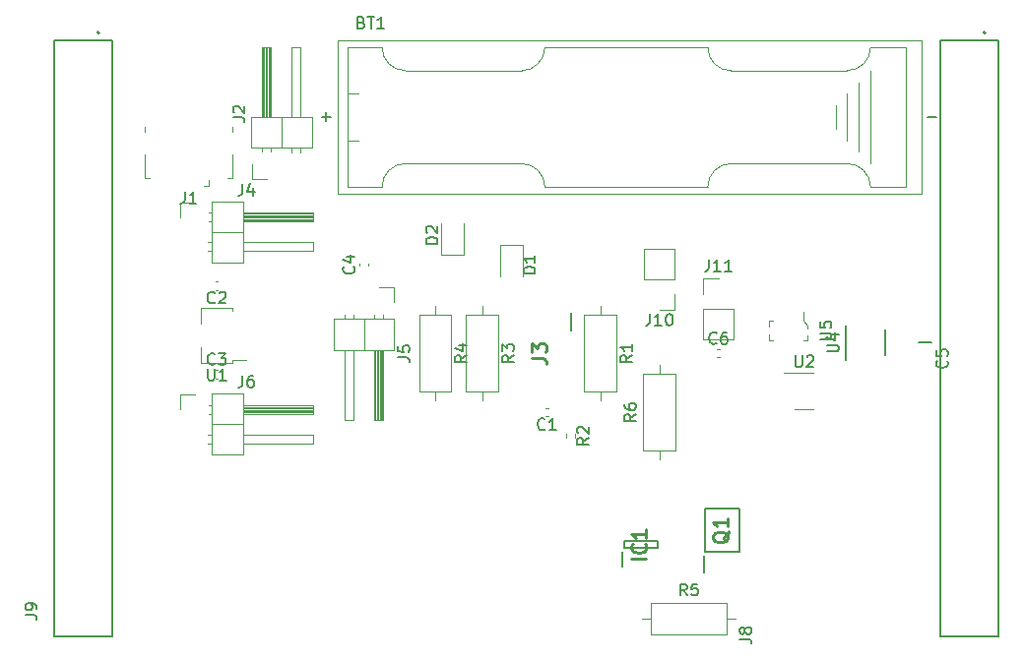
<source format=gbr>
%TF.GenerationSoftware,KiCad,Pcbnew,(7.0.0)*%
%TF.CreationDate,2023-03-20T21:56:37+02:00*%
%TF.ProjectId,overall scematic,6f766572-616c-46c2-9073-63656d617469,rev?*%
%TF.SameCoordinates,Original*%
%TF.FileFunction,Legend,Top*%
%TF.FilePolarity,Positive*%
%FSLAX46Y46*%
G04 Gerber Fmt 4.6, Leading zero omitted, Abs format (unit mm)*
G04 Created by KiCad (PCBNEW (7.0.0)) date 2023-03-20 21:56:37*
%MOMM*%
%LPD*%
G01*
G04 APERTURE LIST*
%ADD10C,0.150000*%
%ADD11C,0.254000*%
%ADD12C,0.120000*%
%ADD13C,0.200000*%
%ADD14C,0.100000*%
G04 APERTURE END LIST*
D10*
%TO.C,J11*%
X123650476Y-50377380D02*
X123650476Y-51091666D01*
X123650476Y-51091666D02*
X123602857Y-51234523D01*
X123602857Y-51234523D02*
X123507619Y-51329761D01*
X123507619Y-51329761D02*
X123364762Y-51377380D01*
X123364762Y-51377380D02*
X123269524Y-51377380D01*
X124650476Y-51377380D02*
X124079048Y-51377380D01*
X124364762Y-51377380D02*
X124364762Y-50377380D01*
X124364762Y-50377380D02*
X124269524Y-50520238D01*
X124269524Y-50520238D02*
X124174286Y-50615476D01*
X124174286Y-50615476D02*
X124079048Y-50663095D01*
X125602857Y-51377380D02*
X125031429Y-51377380D01*
X125317143Y-51377380D02*
X125317143Y-50377380D01*
X125317143Y-50377380D02*
X125221905Y-50520238D01*
X125221905Y-50520238D02*
X125126667Y-50615476D01*
X125126667Y-50615476D02*
X125031429Y-50663095D01*
D11*
%TO.C,Q1*%
X125372526Y-73780952D02*
X125312050Y-73901904D01*
X125312050Y-73901904D02*
X125191097Y-74022857D01*
X125191097Y-74022857D02*
X125009669Y-74204285D01*
X125009669Y-74204285D02*
X124949192Y-74325238D01*
X124949192Y-74325238D02*
X124949192Y-74446190D01*
X125251573Y-74385714D02*
X125191097Y-74506666D01*
X125191097Y-74506666D02*
X125070145Y-74627619D01*
X125070145Y-74627619D02*
X124828240Y-74688095D01*
X124828240Y-74688095D02*
X124404907Y-74688095D01*
X124404907Y-74688095D02*
X124163002Y-74627619D01*
X124163002Y-74627619D02*
X124042050Y-74506666D01*
X124042050Y-74506666D02*
X123981573Y-74385714D01*
X123981573Y-74385714D02*
X123981573Y-74143809D01*
X123981573Y-74143809D02*
X124042050Y-74022857D01*
X124042050Y-74022857D02*
X124163002Y-73901904D01*
X124163002Y-73901904D02*
X124404907Y-73841428D01*
X124404907Y-73841428D02*
X124828240Y-73841428D01*
X124828240Y-73841428D02*
X125070145Y-73901904D01*
X125070145Y-73901904D02*
X125191097Y-74022857D01*
X125191097Y-74022857D02*
X125251573Y-74143809D01*
X125251573Y-74143809D02*
X125251573Y-74385714D01*
X125251573Y-72631904D02*
X125251573Y-73357619D01*
X125251573Y-72994762D02*
X123981573Y-72994762D01*
X123981573Y-72994762D02*
X124163002Y-73115714D01*
X124163002Y-73115714D02*
X124283954Y-73236666D01*
X124283954Y-73236666D02*
X124344430Y-73357619D01*
%TO.C,J3*%
X108416573Y-58843332D02*
X109323716Y-58843332D01*
X109323716Y-58843332D02*
X109505145Y-58903809D01*
X109505145Y-58903809D02*
X109626097Y-59024761D01*
X109626097Y-59024761D02*
X109686573Y-59206190D01*
X109686573Y-59206190D02*
X109686573Y-59327142D01*
X108416573Y-58359523D02*
X108416573Y-57573332D01*
X108416573Y-57573332D02*
X108900383Y-57996666D01*
X108900383Y-57996666D02*
X108900383Y-57815237D01*
X108900383Y-57815237D02*
X108960859Y-57694285D01*
X108960859Y-57694285D02*
X109021335Y-57633809D01*
X109021335Y-57633809D02*
X109142288Y-57573332D01*
X109142288Y-57573332D02*
X109444669Y-57573332D01*
X109444669Y-57573332D02*
X109565621Y-57633809D01*
X109565621Y-57633809D02*
X109626097Y-57694285D01*
X109626097Y-57694285D02*
X109686573Y-57815237D01*
X109686573Y-57815237D02*
X109686573Y-58178094D01*
X109686573Y-58178094D02*
X109626097Y-58299047D01*
X109626097Y-58299047D02*
X109565621Y-58359523D01*
%TO.C,IC1*%
X118256573Y-76149762D02*
X116986573Y-76149762D01*
X118135621Y-74819285D02*
X118196097Y-74879761D01*
X118196097Y-74879761D02*
X118256573Y-75061190D01*
X118256573Y-75061190D02*
X118256573Y-75182142D01*
X118256573Y-75182142D02*
X118196097Y-75363571D01*
X118196097Y-75363571D02*
X118075145Y-75484523D01*
X118075145Y-75484523D02*
X117954192Y-75545000D01*
X117954192Y-75545000D02*
X117712288Y-75605476D01*
X117712288Y-75605476D02*
X117530859Y-75605476D01*
X117530859Y-75605476D02*
X117288954Y-75545000D01*
X117288954Y-75545000D02*
X117168002Y-75484523D01*
X117168002Y-75484523D02*
X117047050Y-75363571D01*
X117047050Y-75363571D02*
X116986573Y-75182142D01*
X116986573Y-75182142D02*
X116986573Y-75061190D01*
X116986573Y-75061190D02*
X117047050Y-74879761D01*
X117047050Y-74879761D02*
X117107526Y-74819285D01*
X118256573Y-73609761D02*
X118256573Y-74335476D01*
X118256573Y-73972619D02*
X116986573Y-73972619D01*
X116986573Y-73972619D02*
X117168002Y-74093571D01*
X117168002Y-74093571D02*
X117288954Y-74214523D01*
X117288954Y-74214523D02*
X117349430Y-74335476D01*
D10*
%TO.C,J4*%
X83536666Y-43827380D02*
X83536666Y-44541666D01*
X83536666Y-44541666D02*
X83489047Y-44684523D01*
X83489047Y-44684523D02*
X83393809Y-44779761D01*
X83393809Y-44779761D02*
X83250952Y-44827380D01*
X83250952Y-44827380D02*
X83155714Y-44827380D01*
X84441428Y-44160714D02*
X84441428Y-44827380D01*
X84203333Y-43779761D02*
X83965238Y-44494047D01*
X83965238Y-44494047D02*
X84584285Y-44494047D01*
%TO.C,BT1*%
X93754285Y-29943571D02*
X93897142Y-29991190D01*
X93897142Y-29991190D02*
X93944761Y-30038809D01*
X93944761Y-30038809D02*
X93992380Y-30134047D01*
X93992380Y-30134047D02*
X93992380Y-30276904D01*
X93992380Y-30276904D02*
X93944761Y-30372142D01*
X93944761Y-30372142D02*
X93897142Y-30419761D01*
X93897142Y-30419761D02*
X93801904Y-30467380D01*
X93801904Y-30467380D02*
X93420952Y-30467380D01*
X93420952Y-30467380D02*
X93420952Y-29467380D01*
X93420952Y-29467380D02*
X93754285Y-29467380D01*
X93754285Y-29467380D02*
X93849523Y-29515000D01*
X93849523Y-29515000D02*
X93897142Y-29562619D01*
X93897142Y-29562619D02*
X93944761Y-29657857D01*
X93944761Y-29657857D02*
X93944761Y-29753095D01*
X93944761Y-29753095D02*
X93897142Y-29848333D01*
X93897142Y-29848333D02*
X93849523Y-29895952D01*
X93849523Y-29895952D02*
X93754285Y-29943571D01*
X93754285Y-29943571D02*
X93420952Y-29943571D01*
X94278095Y-29467380D02*
X94849523Y-29467380D01*
X94563809Y-30467380D02*
X94563809Y-29467380D01*
X95706666Y-30467380D02*
X95135238Y-30467380D01*
X95420952Y-30467380D02*
X95420952Y-29467380D01*
X95420952Y-29467380D02*
X95325714Y-29610238D01*
X95325714Y-29610238D02*
X95230476Y-29705476D01*
X95230476Y-29705476D02*
X95135238Y-29753095D01*
X142419048Y-38086428D02*
X143180953Y-38086428D01*
X90349048Y-38086428D02*
X91110953Y-38086428D01*
X90730000Y-38467380D02*
X90730000Y-37705476D01*
%TO.C,R3*%
X106877380Y-58586666D02*
X106401190Y-58919999D01*
X106877380Y-59158094D02*
X105877380Y-59158094D01*
X105877380Y-59158094D02*
X105877380Y-58777142D01*
X105877380Y-58777142D02*
X105925000Y-58681904D01*
X105925000Y-58681904D02*
X105972619Y-58634285D01*
X105972619Y-58634285D02*
X106067857Y-58586666D01*
X106067857Y-58586666D02*
X106210714Y-58586666D01*
X106210714Y-58586666D02*
X106305952Y-58634285D01*
X106305952Y-58634285D02*
X106353571Y-58681904D01*
X106353571Y-58681904D02*
X106401190Y-58777142D01*
X106401190Y-58777142D02*
X106401190Y-59158094D01*
X105877380Y-58253332D02*
X105877380Y-57634285D01*
X105877380Y-57634285D02*
X106258333Y-57967618D01*
X106258333Y-57967618D02*
X106258333Y-57824761D01*
X106258333Y-57824761D02*
X106305952Y-57729523D01*
X106305952Y-57729523D02*
X106353571Y-57681904D01*
X106353571Y-57681904D02*
X106448809Y-57634285D01*
X106448809Y-57634285D02*
X106686904Y-57634285D01*
X106686904Y-57634285D02*
X106782142Y-57681904D01*
X106782142Y-57681904D02*
X106829761Y-57729523D01*
X106829761Y-57729523D02*
X106877380Y-57824761D01*
X106877380Y-57824761D02*
X106877380Y-58110475D01*
X106877380Y-58110475D02*
X106829761Y-58205713D01*
X106829761Y-58205713D02*
X106782142Y-58253332D01*
%TO.C,J2*%
X82712380Y-38133333D02*
X83426666Y-38133333D01*
X83426666Y-38133333D02*
X83569523Y-38180952D01*
X83569523Y-38180952D02*
X83664761Y-38276190D01*
X83664761Y-38276190D02*
X83712380Y-38419047D01*
X83712380Y-38419047D02*
X83712380Y-38514285D01*
X82807619Y-37704761D02*
X82760000Y-37657142D01*
X82760000Y-37657142D02*
X82712380Y-37561904D01*
X82712380Y-37561904D02*
X82712380Y-37323809D01*
X82712380Y-37323809D02*
X82760000Y-37228571D01*
X82760000Y-37228571D02*
X82807619Y-37180952D01*
X82807619Y-37180952D02*
X82902857Y-37133333D01*
X82902857Y-37133333D02*
X82998095Y-37133333D01*
X82998095Y-37133333D02*
X83140952Y-37180952D01*
X83140952Y-37180952D02*
X83712380Y-37752380D01*
X83712380Y-37752380D02*
X83712380Y-37133333D01*
%TO.C,U2*%
X131080595Y-58617380D02*
X131080595Y-59426904D01*
X131080595Y-59426904D02*
X131128214Y-59522142D01*
X131128214Y-59522142D02*
X131175833Y-59569761D01*
X131175833Y-59569761D02*
X131271071Y-59617380D01*
X131271071Y-59617380D02*
X131461547Y-59617380D01*
X131461547Y-59617380D02*
X131556785Y-59569761D01*
X131556785Y-59569761D02*
X131604404Y-59522142D01*
X131604404Y-59522142D02*
X131652023Y-59426904D01*
X131652023Y-59426904D02*
X131652023Y-58617380D01*
X132080595Y-58712619D02*
X132128214Y-58665000D01*
X132128214Y-58665000D02*
X132223452Y-58617380D01*
X132223452Y-58617380D02*
X132461547Y-58617380D01*
X132461547Y-58617380D02*
X132556785Y-58665000D01*
X132556785Y-58665000D02*
X132604404Y-58712619D01*
X132604404Y-58712619D02*
X132652023Y-58807857D01*
X132652023Y-58807857D02*
X132652023Y-58903095D01*
X132652023Y-58903095D02*
X132604404Y-59045952D01*
X132604404Y-59045952D02*
X132032976Y-59617380D01*
X132032976Y-59617380D02*
X132652023Y-59617380D01*
%TO.C,C2*%
X81153333Y-54037142D02*
X81105714Y-54084761D01*
X81105714Y-54084761D02*
X80962857Y-54132380D01*
X80962857Y-54132380D02*
X80867619Y-54132380D01*
X80867619Y-54132380D02*
X80724762Y-54084761D01*
X80724762Y-54084761D02*
X80629524Y-53989523D01*
X80629524Y-53989523D02*
X80581905Y-53894285D01*
X80581905Y-53894285D02*
X80534286Y-53703809D01*
X80534286Y-53703809D02*
X80534286Y-53560952D01*
X80534286Y-53560952D02*
X80581905Y-53370476D01*
X80581905Y-53370476D02*
X80629524Y-53275238D01*
X80629524Y-53275238D02*
X80724762Y-53180000D01*
X80724762Y-53180000D02*
X80867619Y-53132380D01*
X80867619Y-53132380D02*
X80962857Y-53132380D01*
X80962857Y-53132380D02*
X81105714Y-53180000D01*
X81105714Y-53180000D02*
X81153333Y-53227619D01*
X81534286Y-53227619D02*
X81581905Y-53180000D01*
X81581905Y-53180000D02*
X81677143Y-53132380D01*
X81677143Y-53132380D02*
X81915238Y-53132380D01*
X81915238Y-53132380D02*
X82010476Y-53180000D01*
X82010476Y-53180000D02*
X82058095Y-53227619D01*
X82058095Y-53227619D02*
X82105714Y-53322857D01*
X82105714Y-53322857D02*
X82105714Y-53418095D01*
X82105714Y-53418095D02*
X82058095Y-53560952D01*
X82058095Y-53560952D02*
X81486667Y-54132380D01*
X81486667Y-54132380D02*
X82105714Y-54132380D01*
%TO.C,R6*%
X117377380Y-63666666D02*
X116901190Y-63999999D01*
X117377380Y-64238094D02*
X116377380Y-64238094D01*
X116377380Y-64238094D02*
X116377380Y-63857142D01*
X116377380Y-63857142D02*
X116425000Y-63761904D01*
X116425000Y-63761904D02*
X116472619Y-63714285D01*
X116472619Y-63714285D02*
X116567857Y-63666666D01*
X116567857Y-63666666D02*
X116710714Y-63666666D01*
X116710714Y-63666666D02*
X116805952Y-63714285D01*
X116805952Y-63714285D02*
X116853571Y-63761904D01*
X116853571Y-63761904D02*
X116901190Y-63857142D01*
X116901190Y-63857142D02*
X116901190Y-64238094D01*
X116377380Y-62809523D02*
X116377380Y-62999999D01*
X116377380Y-62999999D02*
X116425000Y-63095237D01*
X116425000Y-63095237D02*
X116472619Y-63142856D01*
X116472619Y-63142856D02*
X116615476Y-63238094D01*
X116615476Y-63238094D02*
X116805952Y-63285713D01*
X116805952Y-63285713D02*
X117186904Y-63285713D01*
X117186904Y-63285713D02*
X117282142Y-63238094D01*
X117282142Y-63238094D02*
X117329761Y-63190475D01*
X117329761Y-63190475D02*
X117377380Y-63095237D01*
X117377380Y-63095237D02*
X117377380Y-62904761D01*
X117377380Y-62904761D02*
X117329761Y-62809523D01*
X117329761Y-62809523D02*
X117282142Y-62761904D01*
X117282142Y-62761904D02*
X117186904Y-62714285D01*
X117186904Y-62714285D02*
X116948809Y-62714285D01*
X116948809Y-62714285D02*
X116853571Y-62761904D01*
X116853571Y-62761904D02*
X116805952Y-62809523D01*
X116805952Y-62809523D02*
X116758333Y-62904761D01*
X116758333Y-62904761D02*
X116758333Y-63095237D01*
X116758333Y-63095237D02*
X116805952Y-63190475D01*
X116805952Y-63190475D02*
X116853571Y-63238094D01*
X116853571Y-63238094D02*
X116948809Y-63285713D01*
%TO.C,U1*%
X80558095Y-59757380D02*
X80558095Y-60566904D01*
X80558095Y-60566904D02*
X80605714Y-60662142D01*
X80605714Y-60662142D02*
X80653333Y-60709761D01*
X80653333Y-60709761D02*
X80748571Y-60757380D01*
X80748571Y-60757380D02*
X80939047Y-60757380D01*
X80939047Y-60757380D02*
X81034285Y-60709761D01*
X81034285Y-60709761D02*
X81081904Y-60662142D01*
X81081904Y-60662142D02*
X81129523Y-60566904D01*
X81129523Y-60566904D02*
X81129523Y-59757380D01*
X82129523Y-60757380D02*
X81558095Y-60757380D01*
X81843809Y-60757380D02*
X81843809Y-59757380D01*
X81843809Y-59757380D02*
X81748571Y-59900238D01*
X81748571Y-59900238D02*
X81653333Y-59995476D01*
X81653333Y-59995476D02*
X81558095Y-60043095D01*
%TO.C,J5*%
X96892380Y-58763333D02*
X97606666Y-58763333D01*
X97606666Y-58763333D02*
X97749523Y-58810952D01*
X97749523Y-58810952D02*
X97844761Y-58906190D01*
X97844761Y-58906190D02*
X97892380Y-59049047D01*
X97892380Y-59049047D02*
X97892380Y-59144285D01*
X96892380Y-57810952D02*
X96892380Y-58287142D01*
X96892380Y-58287142D02*
X97368571Y-58334761D01*
X97368571Y-58334761D02*
X97320952Y-58287142D01*
X97320952Y-58287142D02*
X97273333Y-58191904D01*
X97273333Y-58191904D02*
X97273333Y-57953809D01*
X97273333Y-57953809D02*
X97320952Y-57858571D01*
X97320952Y-57858571D02*
X97368571Y-57810952D01*
X97368571Y-57810952D02*
X97463809Y-57763333D01*
X97463809Y-57763333D02*
X97701904Y-57763333D01*
X97701904Y-57763333D02*
X97797142Y-57810952D01*
X97797142Y-57810952D02*
X97844761Y-57858571D01*
X97844761Y-57858571D02*
X97892380Y-57953809D01*
X97892380Y-57953809D02*
X97892380Y-58191904D01*
X97892380Y-58191904D02*
X97844761Y-58287142D01*
X97844761Y-58287142D02*
X97797142Y-58334761D01*
%TO.C,R1*%
X117037380Y-58586666D02*
X116561190Y-58919999D01*
X117037380Y-59158094D02*
X116037380Y-59158094D01*
X116037380Y-59158094D02*
X116037380Y-58777142D01*
X116037380Y-58777142D02*
X116085000Y-58681904D01*
X116085000Y-58681904D02*
X116132619Y-58634285D01*
X116132619Y-58634285D02*
X116227857Y-58586666D01*
X116227857Y-58586666D02*
X116370714Y-58586666D01*
X116370714Y-58586666D02*
X116465952Y-58634285D01*
X116465952Y-58634285D02*
X116513571Y-58681904D01*
X116513571Y-58681904D02*
X116561190Y-58777142D01*
X116561190Y-58777142D02*
X116561190Y-59158094D01*
X117037380Y-57634285D02*
X117037380Y-58205713D01*
X117037380Y-57919999D02*
X116037380Y-57919999D01*
X116037380Y-57919999D02*
X116180238Y-58015237D01*
X116180238Y-58015237D02*
X116275476Y-58110475D01*
X116275476Y-58110475D02*
X116323095Y-58205713D01*
%TO.C,R5*%
X121753333Y-79277380D02*
X121420000Y-78801190D01*
X121181905Y-79277380D02*
X121181905Y-78277380D01*
X121181905Y-78277380D02*
X121562857Y-78277380D01*
X121562857Y-78277380D02*
X121658095Y-78325000D01*
X121658095Y-78325000D02*
X121705714Y-78372619D01*
X121705714Y-78372619D02*
X121753333Y-78467857D01*
X121753333Y-78467857D02*
X121753333Y-78610714D01*
X121753333Y-78610714D02*
X121705714Y-78705952D01*
X121705714Y-78705952D02*
X121658095Y-78753571D01*
X121658095Y-78753571D02*
X121562857Y-78801190D01*
X121562857Y-78801190D02*
X121181905Y-78801190D01*
X122658095Y-78277380D02*
X122181905Y-78277380D01*
X122181905Y-78277380D02*
X122134286Y-78753571D01*
X122134286Y-78753571D02*
X122181905Y-78705952D01*
X122181905Y-78705952D02*
X122277143Y-78658333D01*
X122277143Y-78658333D02*
X122515238Y-78658333D01*
X122515238Y-78658333D02*
X122610476Y-78705952D01*
X122610476Y-78705952D02*
X122658095Y-78753571D01*
X122658095Y-78753571D02*
X122705714Y-78848809D01*
X122705714Y-78848809D02*
X122705714Y-79086904D01*
X122705714Y-79086904D02*
X122658095Y-79182142D01*
X122658095Y-79182142D02*
X122610476Y-79229761D01*
X122610476Y-79229761D02*
X122515238Y-79277380D01*
X122515238Y-79277380D02*
X122277143Y-79277380D01*
X122277143Y-79277380D02*
X122181905Y-79229761D01*
X122181905Y-79229761D02*
X122134286Y-79182142D01*
%TO.C,J10*%
X118570476Y-55037380D02*
X118570476Y-55751666D01*
X118570476Y-55751666D02*
X118522857Y-55894523D01*
X118522857Y-55894523D02*
X118427619Y-55989761D01*
X118427619Y-55989761D02*
X118284762Y-56037380D01*
X118284762Y-56037380D02*
X118189524Y-56037380D01*
X119570476Y-56037380D02*
X118999048Y-56037380D01*
X119284762Y-56037380D02*
X119284762Y-55037380D01*
X119284762Y-55037380D02*
X119189524Y-55180238D01*
X119189524Y-55180238D02*
X119094286Y-55275476D01*
X119094286Y-55275476D02*
X118999048Y-55323095D01*
X120189524Y-55037380D02*
X120284762Y-55037380D01*
X120284762Y-55037380D02*
X120380000Y-55085000D01*
X120380000Y-55085000D02*
X120427619Y-55132619D01*
X120427619Y-55132619D02*
X120475238Y-55227857D01*
X120475238Y-55227857D02*
X120522857Y-55418333D01*
X120522857Y-55418333D02*
X120522857Y-55656428D01*
X120522857Y-55656428D02*
X120475238Y-55846904D01*
X120475238Y-55846904D02*
X120427619Y-55942142D01*
X120427619Y-55942142D02*
X120380000Y-55989761D01*
X120380000Y-55989761D02*
X120284762Y-56037380D01*
X120284762Y-56037380D02*
X120189524Y-56037380D01*
X120189524Y-56037380D02*
X120094286Y-55989761D01*
X120094286Y-55989761D02*
X120046667Y-55942142D01*
X120046667Y-55942142D02*
X119999048Y-55846904D01*
X119999048Y-55846904D02*
X119951429Y-55656428D01*
X119951429Y-55656428D02*
X119951429Y-55418333D01*
X119951429Y-55418333D02*
X119999048Y-55227857D01*
X119999048Y-55227857D02*
X120046667Y-55132619D01*
X120046667Y-55132619D02*
X120094286Y-55085000D01*
X120094286Y-55085000D02*
X120189524Y-55037380D01*
%TO.C,C4*%
X93092142Y-50966666D02*
X93139761Y-51014285D01*
X93139761Y-51014285D02*
X93187380Y-51157142D01*
X93187380Y-51157142D02*
X93187380Y-51252380D01*
X93187380Y-51252380D02*
X93139761Y-51395237D01*
X93139761Y-51395237D02*
X93044523Y-51490475D01*
X93044523Y-51490475D02*
X92949285Y-51538094D01*
X92949285Y-51538094D02*
X92758809Y-51585713D01*
X92758809Y-51585713D02*
X92615952Y-51585713D01*
X92615952Y-51585713D02*
X92425476Y-51538094D01*
X92425476Y-51538094D02*
X92330238Y-51490475D01*
X92330238Y-51490475D02*
X92235000Y-51395237D01*
X92235000Y-51395237D02*
X92187380Y-51252380D01*
X92187380Y-51252380D02*
X92187380Y-51157142D01*
X92187380Y-51157142D02*
X92235000Y-51014285D01*
X92235000Y-51014285D02*
X92282619Y-50966666D01*
X92520714Y-50109523D02*
X93187380Y-50109523D01*
X92139761Y-50347618D02*
X92854047Y-50585713D01*
X92854047Y-50585713D02*
X92854047Y-49966666D01*
%TO.C,J1*%
X78576666Y-44517380D02*
X78576666Y-45231666D01*
X78576666Y-45231666D02*
X78529047Y-45374523D01*
X78529047Y-45374523D02*
X78433809Y-45469761D01*
X78433809Y-45469761D02*
X78290952Y-45517380D01*
X78290952Y-45517380D02*
X78195714Y-45517380D01*
X79576666Y-45517380D02*
X79005238Y-45517380D01*
X79290952Y-45517380D02*
X79290952Y-44517380D01*
X79290952Y-44517380D02*
X79195714Y-44660238D01*
X79195714Y-44660238D02*
X79100476Y-44755476D01*
X79100476Y-44755476D02*
X79005238Y-44803095D01*
%TO.C,U4*%
X133807380Y-58281904D02*
X134616904Y-58281904D01*
X134616904Y-58281904D02*
X134712142Y-58234285D01*
X134712142Y-58234285D02*
X134759761Y-58186666D01*
X134759761Y-58186666D02*
X134807380Y-58091428D01*
X134807380Y-58091428D02*
X134807380Y-57900952D01*
X134807380Y-57900952D02*
X134759761Y-57805714D01*
X134759761Y-57805714D02*
X134712142Y-57758095D01*
X134712142Y-57758095D02*
X134616904Y-57710476D01*
X134616904Y-57710476D02*
X133807380Y-57710476D01*
X134140714Y-56805714D02*
X134807380Y-56805714D01*
X133759761Y-57043809D02*
X134474047Y-57281904D01*
X134474047Y-57281904D02*
X134474047Y-56662857D01*
%TO.C,R2*%
X113297380Y-65696666D02*
X112821190Y-66029999D01*
X113297380Y-66268094D02*
X112297380Y-66268094D01*
X112297380Y-66268094D02*
X112297380Y-65887142D01*
X112297380Y-65887142D02*
X112345000Y-65791904D01*
X112345000Y-65791904D02*
X112392619Y-65744285D01*
X112392619Y-65744285D02*
X112487857Y-65696666D01*
X112487857Y-65696666D02*
X112630714Y-65696666D01*
X112630714Y-65696666D02*
X112725952Y-65744285D01*
X112725952Y-65744285D02*
X112773571Y-65791904D01*
X112773571Y-65791904D02*
X112821190Y-65887142D01*
X112821190Y-65887142D02*
X112821190Y-66268094D01*
X112392619Y-65315713D02*
X112345000Y-65268094D01*
X112345000Y-65268094D02*
X112297380Y-65172856D01*
X112297380Y-65172856D02*
X112297380Y-64934761D01*
X112297380Y-64934761D02*
X112345000Y-64839523D01*
X112345000Y-64839523D02*
X112392619Y-64791904D01*
X112392619Y-64791904D02*
X112487857Y-64744285D01*
X112487857Y-64744285D02*
X112583095Y-64744285D01*
X112583095Y-64744285D02*
X112725952Y-64791904D01*
X112725952Y-64791904D02*
X113297380Y-65363332D01*
X113297380Y-65363332D02*
X113297380Y-64744285D01*
%TO.C,C3*%
X81153333Y-59337142D02*
X81105714Y-59384761D01*
X81105714Y-59384761D02*
X80962857Y-59432380D01*
X80962857Y-59432380D02*
X80867619Y-59432380D01*
X80867619Y-59432380D02*
X80724762Y-59384761D01*
X80724762Y-59384761D02*
X80629524Y-59289523D01*
X80629524Y-59289523D02*
X80581905Y-59194285D01*
X80581905Y-59194285D02*
X80534286Y-59003809D01*
X80534286Y-59003809D02*
X80534286Y-58860952D01*
X80534286Y-58860952D02*
X80581905Y-58670476D01*
X80581905Y-58670476D02*
X80629524Y-58575238D01*
X80629524Y-58575238D02*
X80724762Y-58480000D01*
X80724762Y-58480000D02*
X80867619Y-58432380D01*
X80867619Y-58432380D02*
X80962857Y-58432380D01*
X80962857Y-58432380D02*
X81105714Y-58480000D01*
X81105714Y-58480000D02*
X81153333Y-58527619D01*
X81486667Y-58432380D02*
X82105714Y-58432380D01*
X82105714Y-58432380D02*
X81772381Y-58813333D01*
X81772381Y-58813333D02*
X81915238Y-58813333D01*
X81915238Y-58813333D02*
X82010476Y-58860952D01*
X82010476Y-58860952D02*
X82058095Y-58908571D01*
X82058095Y-58908571D02*
X82105714Y-59003809D01*
X82105714Y-59003809D02*
X82105714Y-59241904D01*
X82105714Y-59241904D02*
X82058095Y-59337142D01*
X82058095Y-59337142D02*
X82010476Y-59384761D01*
X82010476Y-59384761D02*
X81915238Y-59432380D01*
X81915238Y-59432380D02*
X81629524Y-59432380D01*
X81629524Y-59432380D02*
X81534286Y-59384761D01*
X81534286Y-59384761D02*
X81486667Y-59337142D01*
%TO.C,D1*%
X108697380Y-51538094D02*
X107697380Y-51538094D01*
X107697380Y-51538094D02*
X107697380Y-51299999D01*
X107697380Y-51299999D02*
X107745000Y-51157142D01*
X107745000Y-51157142D02*
X107840238Y-51061904D01*
X107840238Y-51061904D02*
X107935476Y-51014285D01*
X107935476Y-51014285D02*
X108125952Y-50966666D01*
X108125952Y-50966666D02*
X108268809Y-50966666D01*
X108268809Y-50966666D02*
X108459285Y-51014285D01*
X108459285Y-51014285D02*
X108554523Y-51061904D01*
X108554523Y-51061904D02*
X108649761Y-51157142D01*
X108649761Y-51157142D02*
X108697380Y-51299999D01*
X108697380Y-51299999D02*
X108697380Y-51538094D01*
X108697380Y-50014285D02*
X108697380Y-50585713D01*
X108697380Y-50299999D02*
X107697380Y-50299999D01*
X107697380Y-50299999D02*
X107840238Y-50395237D01*
X107840238Y-50395237D02*
X107935476Y-50490475D01*
X107935476Y-50490475D02*
X107983095Y-50585713D01*
%TO.C,U5*%
X133182380Y-57256904D02*
X133991904Y-57256904D01*
X133991904Y-57256904D02*
X134087142Y-57209285D01*
X134087142Y-57209285D02*
X134134761Y-57161666D01*
X134134761Y-57161666D02*
X134182380Y-57066428D01*
X134182380Y-57066428D02*
X134182380Y-56875952D01*
X134182380Y-56875952D02*
X134134761Y-56780714D01*
X134134761Y-56780714D02*
X134087142Y-56733095D01*
X134087142Y-56733095D02*
X133991904Y-56685476D01*
X133991904Y-56685476D02*
X133182380Y-56685476D01*
X133182380Y-55733095D02*
X133182380Y-56209285D01*
X133182380Y-56209285D02*
X133658571Y-56256904D01*
X133658571Y-56256904D02*
X133610952Y-56209285D01*
X133610952Y-56209285D02*
X133563333Y-56114047D01*
X133563333Y-56114047D02*
X133563333Y-55875952D01*
X133563333Y-55875952D02*
X133610952Y-55780714D01*
X133610952Y-55780714D02*
X133658571Y-55733095D01*
X133658571Y-55733095D02*
X133753809Y-55685476D01*
X133753809Y-55685476D02*
X133991904Y-55685476D01*
X133991904Y-55685476D02*
X134087142Y-55733095D01*
X134087142Y-55733095D02*
X134134761Y-55780714D01*
X134134761Y-55780714D02*
X134182380Y-55875952D01*
X134182380Y-55875952D02*
X134182380Y-56114047D01*
X134182380Y-56114047D02*
X134134761Y-56209285D01*
X134134761Y-56209285D02*
X134087142Y-56256904D01*
%TO.C,R4*%
X102827380Y-58586666D02*
X102351190Y-58919999D01*
X102827380Y-59158094D02*
X101827380Y-59158094D01*
X101827380Y-59158094D02*
X101827380Y-58777142D01*
X101827380Y-58777142D02*
X101875000Y-58681904D01*
X101875000Y-58681904D02*
X101922619Y-58634285D01*
X101922619Y-58634285D02*
X102017857Y-58586666D01*
X102017857Y-58586666D02*
X102160714Y-58586666D01*
X102160714Y-58586666D02*
X102255952Y-58634285D01*
X102255952Y-58634285D02*
X102303571Y-58681904D01*
X102303571Y-58681904D02*
X102351190Y-58777142D01*
X102351190Y-58777142D02*
X102351190Y-59158094D01*
X102160714Y-57729523D02*
X102827380Y-57729523D01*
X101779761Y-57967618D02*
X102494047Y-58205713D01*
X102494047Y-58205713D02*
X102494047Y-57586666D01*
%TO.C,D2*%
X100317380Y-48998094D02*
X99317380Y-48998094D01*
X99317380Y-48998094D02*
X99317380Y-48759999D01*
X99317380Y-48759999D02*
X99365000Y-48617142D01*
X99365000Y-48617142D02*
X99460238Y-48521904D01*
X99460238Y-48521904D02*
X99555476Y-48474285D01*
X99555476Y-48474285D02*
X99745952Y-48426666D01*
X99745952Y-48426666D02*
X99888809Y-48426666D01*
X99888809Y-48426666D02*
X100079285Y-48474285D01*
X100079285Y-48474285D02*
X100174523Y-48521904D01*
X100174523Y-48521904D02*
X100269761Y-48617142D01*
X100269761Y-48617142D02*
X100317380Y-48759999D01*
X100317380Y-48759999D02*
X100317380Y-48998094D01*
X99412619Y-48045713D02*
X99365000Y-47998094D01*
X99365000Y-47998094D02*
X99317380Y-47902856D01*
X99317380Y-47902856D02*
X99317380Y-47664761D01*
X99317380Y-47664761D02*
X99365000Y-47569523D01*
X99365000Y-47569523D02*
X99412619Y-47521904D01*
X99412619Y-47521904D02*
X99507857Y-47474285D01*
X99507857Y-47474285D02*
X99603095Y-47474285D01*
X99603095Y-47474285D02*
X99745952Y-47521904D01*
X99745952Y-47521904D02*
X100317380Y-48093332D01*
X100317380Y-48093332D02*
X100317380Y-47474285D01*
%TO.C,C1*%
X109533333Y-64932142D02*
X109485714Y-64979761D01*
X109485714Y-64979761D02*
X109342857Y-65027380D01*
X109342857Y-65027380D02*
X109247619Y-65027380D01*
X109247619Y-65027380D02*
X109104762Y-64979761D01*
X109104762Y-64979761D02*
X109009524Y-64884523D01*
X109009524Y-64884523D02*
X108961905Y-64789285D01*
X108961905Y-64789285D02*
X108914286Y-64598809D01*
X108914286Y-64598809D02*
X108914286Y-64455952D01*
X108914286Y-64455952D02*
X108961905Y-64265476D01*
X108961905Y-64265476D02*
X109009524Y-64170238D01*
X109009524Y-64170238D02*
X109104762Y-64075000D01*
X109104762Y-64075000D02*
X109247619Y-64027380D01*
X109247619Y-64027380D02*
X109342857Y-64027380D01*
X109342857Y-64027380D02*
X109485714Y-64075000D01*
X109485714Y-64075000D02*
X109533333Y-64122619D01*
X110485714Y-65027380D02*
X109914286Y-65027380D01*
X110200000Y-65027380D02*
X110200000Y-64027380D01*
X110200000Y-64027380D02*
X110104762Y-64170238D01*
X110104762Y-64170238D02*
X110009524Y-64265476D01*
X110009524Y-64265476D02*
X109914286Y-64313095D01*
%TO.C,C5*%
X144097142Y-59061666D02*
X144144761Y-59109285D01*
X144144761Y-59109285D02*
X144192380Y-59252142D01*
X144192380Y-59252142D02*
X144192380Y-59347380D01*
X144192380Y-59347380D02*
X144144761Y-59490237D01*
X144144761Y-59490237D02*
X144049523Y-59585475D01*
X144049523Y-59585475D02*
X143954285Y-59633094D01*
X143954285Y-59633094D02*
X143763809Y-59680713D01*
X143763809Y-59680713D02*
X143620952Y-59680713D01*
X143620952Y-59680713D02*
X143430476Y-59633094D01*
X143430476Y-59633094D02*
X143335238Y-59585475D01*
X143335238Y-59585475D02*
X143240000Y-59490237D01*
X143240000Y-59490237D02*
X143192380Y-59347380D01*
X143192380Y-59347380D02*
X143192380Y-59252142D01*
X143192380Y-59252142D02*
X143240000Y-59109285D01*
X143240000Y-59109285D02*
X143287619Y-59061666D01*
X143192380Y-58156904D02*
X143192380Y-58633094D01*
X143192380Y-58633094D02*
X143668571Y-58680713D01*
X143668571Y-58680713D02*
X143620952Y-58633094D01*
X143620952Y-58633094D02*
X143573333Y-58537856D01*
X143573333Y-58537856D02*
X143573333Y-58299761D01*
X143573333Y-58299761D02*
X143620952Y-58204523D01*
X143620952Y-58204523D02*
X143668571Y-58156904D01*
X143668571Y-58156904D02*
X143763809Y-58109285D01*
X143763809Y-58109285D02*
X144001904Y-58109285D01*
X144001904Y-58109285D02*
X144097142Y-58156904D01*
X144097142Y-58156904D02*
X144144761Y-58204523D01*
X144144761Y-58204523D02*
X144192380Y-58299761D01*
X144192380Y-58299761D02*
X144192380Y-58537856D01*
X144192380Y-58537856D02*
X144144761Y-58633094D01*
X144144761Y-58633094D02*
X144097142Y-58680713D01*
%TO.C,J8*%
X126297380Y-83023333D02*
X127011666Y-83023333D01*
X127011666Y-83023333D02*
X127154523Y-83070952D01*
X127154523Y-83070952D02*
X127249761Y-83166190D01*
X127249761Y-83166190D02*
X127297380Y-83309047D01*
X127297380Y-83309047D02*
X127297380Y-83404285D01*
X126725952Y-82404285D02*
X126678333Y-82499523D01*
X126678333Y-82499523D02*
X126630714Y-82547142D01*
X126630714Y-82547142D02*
X126535476Y-82594761D01*
X126535476Y-82594761D02*
X126487857Y-82594761D01*
X126487857Y-82594761D02*
X126392619Y-82547142D01*
X126392619Y-82547142D02*
X126345000Y-82499523D01*
X126345000Y-82499523D02*
X126297380Y-82404285D01*
X126297380Y-82404285D02*
X126297380Y-82213809D01*
X126297380Y-82213809D02*
X126345000Y-82118571D01*
X126345000Y-82118571D02*
X126392619Y-82070952D01*
X126392619Y-82070952D02*
X126487857Y-82023333D01*
X126487857Y-82023333D02*
X126535476Y-82023333D01*
X126535476Y-82023333D02*
X126630714Y-82070952D01*
X126630714Y-82070952D02*
X126678333Y-82118571D01*
X126678333Y-82118571D02*
X126725952Y-82213809D01*
X126725952Y-82213809D02*
X126725952Y-82404285D01*
X126725952Y-82404285D02*
X126773571Y-82499523D01*
X126773571Y-82499523D02*
X126821190Y-82547142D01*
X126821190Y-82547142D02*
X126916428Y-82594761D01*
X126916428Y-82594761D02*
X127106904Y-82594761D01*
X127106904Y-82594761D02*
X127202142Y-82547142D01*
X127202142Y-82547142D02*
X127249761Y-82499523D01*
X127249761Y-82499523D02*
X127297380Y-82404285D01*
X127297380Y-82404285D02*
X127297380Y-82213809D01*
X127297380Y-82213809D02*
X127249761Y-82118571D01*
X127249761Y-82118571D02*
X127202142Y-82070952D01*
X127202142Y-82070952D02*
X127106904Y-82023333D01*
X127106904Y-82023333D02*
X126916428Y-82023333D01*
X126916428Y-82023333D02*
X126821190Y-82070952D01*
X126821190Y-82070952D02*
X126773571Y-82118571D01*
X126773571Y-82118571D02*
X126725952Y-82213809D01*
%TO.C,J9*%
X64857380Y-80963333D02*
X65571666Y-80963333D01*
X65571666Y-80963333D02*
X65714523Y-81010952D01*
X65714523Y-81010952D02*
X65809761Y-81106190D01*
X65809761Y-81106190D02*
X65857380Y-81249047D01*
X65857380Y-81249047D02*
X65857380Y-81344285D01*
X65857380Y-80439523D02*
X65857380Y-80249047D01*
X65857380Y-80249047D02*
X65809761Y-80153809D01*
X65809761Y-80153809D02*
X65762142Y-80106190D01*
X65762142Y-80106190D02*
X65619285Y-80010952D01*
X65619285Y-80010952D02*
X65428809Y-79963333D01*
X65428809Y-79963333D02*
X65047857Y-79963333D01*
X65047857Y-79963333D02*
X64952619Y-80010952D01*
X64952619Y-80010952D02*
X64905000Y-80058571D01*
X64905000Y-80058571D02*
X64857380Y-80153809D01*
X64857380Y-80153809D02*
X64857380Y-80344285D01*
X64857380Y-80344285D02*
X64905000Y-80439523D01*
X64905000Y-80439523D02*
X64952619Y-80487142D01*
X64952619Y-80487142D02*
X65047857Y-80534761D01*
X65047857Y-80534761D02*
X65285952Y-80534761D01*
X65285952Y-80534761D02*
X65381190Y-80487142D01*
X65381190Y-80487142D02*
X65428809Y-80439523D01*
X65428809Y-80439523D02*
X65476428Y-80344285D01*
X65476428Y-80344285D02*
X65476428Y-80153809D01*
X65476428Y-80153809D02*
X65428809Y-80058571D01*
X65428809Y-80058571D02*
X65381190Y-80010952D01*
X65381190Y-80010952D02*
X65285952Y-79963333D01*
%TO.C,C6*%
X124293333Y-57532142D02*
X124245714Y-57579761D01*
X124245714Y-57579761D02*
X124102857Y-57627380D01*
X124102857Y-57627380D02*
X124007619Y-57627380D01*
X124007619Y-57627380D02*
X123864762Y-57579761D01*
X123864762Y-57579761D02*
X123769524Y-57484523D01*
X123769524Y-57484523D02*
X123721905Y-57389285D01*
X123721905Y-57389285D02*
X123674286Y-57198809D01*
X123674286Y-57198809D02*
X123674286Y-57055952D01*
X123674286Y-57055952D02*
X123721905Y-56865476D01*
X123721905Y-56865476D02*
X123769524Y-56770238D01*
X123769524Y-56770238D02*
X123864762Y-56675000D01*
X123864762Y-56675000D02*
X124007619Y-56627380D01*
X124007619Y-56627380D02*
X124102857Y-56627380D01*
X124102857Y-56627380D02*
X124245714Y-56675000D01*
X124245714Y-56675000D02*
X124293333Y-56722619D01*
X125150476Y-56627380D02*
X124960000Y-56627380D01*
X124960000Y-56627380D02*
X124864762Y-56675000D01*
X124864762Y-56675000D02*
X124817143Y-56722619D01*
X124817143Y-56722619D02*
X124721905Y-56865476D01*
X124721905Y-56865476D02*
X124674286Y-57055952D01*
X124674286Y-57055952D02*
X124674286Y-57436904D01*
X124674286Y-57436904D02*
X124721905Y-57532142D01*
X124721905Y-57532142D02*
X124769524Y-57579761D01*
X124769524Y-57579761D02*
X124864762Y-57627380D01*
X124864762Y-57627380D02*
X125055238Y-57627380D01*
X125055238Y-57627380D02*
X125150476Y-57579761D01*
X125150476Y-57579761D02*
X125198095Y-57532142D01*
X125198095Y-57532142D02*
X125245714Y-57436904D01*
X125245714Y-57436904D02*
X125245714Y-57198809D01*
X125245714Y-57198809D02*
X125198095Y-57103571D01*
X125198095Y-57103571D02*
X125150476Y-57055952D01*
X125150476Y-57055952D02*
X125055238Y-57008333D01*
X125055238Y-57008333D02*
X124864762Y-57008333D01*
X124864762Y-57008333D02*
X124769524Y-57055952D01*
X124769524Y-57055952D02*
X124721905Y-57103571D01*
X124721905Y-57103571D02*
X124674286Y-57198809D01*
%TO.C,J6*%
X83536666Y-60342380D02*
X83536666Y-61056666D01*
X83536666Y-61056666D02*
X83489047Y-61199523D01*
X83489047Y-61199523D02*
X83393809Y-61294761D01*
X83393809Y-61294761D02*
X83250952Y-61342380D01*
X83250952Y-61342380D02*
X83155714Y-61342380D01*
X84441428Y-60342380D02*
X84250952Y-60342380D01*
X84250952Y-60342380D02*
X84155714Y-60390000D01*
X84155714Y-60390000D02*
X84108095Y-60437619D01*
X84108095Y-60437619D02*
X84012857Y-60580476D01*
X84012857Y-60580476D02*
X83965238Y-60770952D01*
X83965238Y-60770952D02*
X83965238Y-61151904D01*
X83965238Y-61151904D02*
X84012857Y-61247142D01*
X84012857Y-61247142D02*
X84060476Y-61294761D01*
X84060476Y-61294761D02*
X84155714Y-61342380D01*
X84155714Y-61342380D02*
X84346190Y-61342380D01*
X84346190Y-61342380D02*
X84441428Y-61294761D01*
X84441428Y-61294761D02*
X84489047Y-61247142D01*
X84489047Y-61247142D02*
X84536666Y-61151904D01*
X84536666Y-61151904D02*
X84536666Y-60913809D01*
X84536666Y-60913809D02*
X84489047Y-60818571D01*
X84489047Y-60818571D02*
X84441428Y-60770952D01*
X84441428Y-60770952D02*
X84346190Y-60723333D01*
X84346190Y-60723333D02*
X84155714Y-60723333D01*
X84155714Y-60723333D02*
X84060476Y-60770952D01*
X84060476Y-60770952D02*
X84012857Y-60818571D01*
X84012857Y-60818571D02*
X83965238Y-60913809D01*
D12*
%TO.C,J11*%
X123130000Y-53340000D02*
X123130000Y-52010000D01*
X123130000Y-57210000D02*
X125790000Y-57210000D01*
X123130000Y-54610000D02*
X123130000Y-57210000D01*
X123130000Y-54610000D02*
X125790000Y-54610000D01*
X123130000Y-52010000D02*
X124460000Y-52010000D01*
X125790000Y-54610000D02*
X125790000Y-57210000D01*
D13*
%TO.C,Q1*%
X123320000Y-75510000D02*
X123320000Y-71810000D01*
X123320000Y-71810000D02*
X126250000Y-71810000D01*
X126250000Y-71810000D02*
X126250000Y-75510000D01*
X126250000Y-75510000D02*
X123320000Y-75510000D01*
X123235000Y-77335000D02*
X123235000Y-75860000D01*
%TO.C,J3*%
X111825000Y-54945000D02*
X111825000Y-56470000D01*
%TO.C,IC1*%
X116365000Y-75210000D02*
X116365000Y-74610000D01*
X116365000Y-74610000D02*
X119215000Y-74610000D01*
X119215000Y-74610000D02*
X119215000Y-75210000D01*
X119215000Y-75210000D02*
X116365000Y-75210000D01*
X116165000Y-76760000D02*
X116165000Y-75560000D01*
D12*
%TO.C,J4*%
X78215000Y-45460000D02*
X79485000Y-45460000D01*
X78215000Y-46730000D02*
X78215000Y-45460000D01*
X80527929Y-48890000D02*
X80925000Y-48890000D01*
X80527929Y-49650000D02*
X80925000Y-49650000D01*
X80595000Y-46350000D02*
X80925000Y-46350000D01*
X80595000Y-47110000D02*
X80925000Y-47110000D01*
X80925000Y-45400000D02*
X80925000Y-50600000D01*
X80925000Y-48000000D02*
X83585000Y-48000000D01*
X80925000Y-50600000D02*
X83585000Y-50600000D01*
X83585000Y-45400000D02*
X80925000Y-45400000D01*
X83585000Y-46350000D02*
X89585000Y-46350000D01*
X83585000Y-46410000D02*
X89585000Y-46410000D01*
X83585000Y-46530000D02*
X89585000Y-46530000D01*
X83585000Y-46650000D02*
X89585000Y-46650000D01*
X83585000Y-46770000D02*
X89585000Y-46770000D01*
X83585000Y-46890000D02*
X89585000Y-46890000D01*
X83585000Y-47010000D02*
X89585000Y-47010000D01*
X83585000Y-48890000D02*
X89585000Y-48890000D01*
X83585000Y-50600000D02*
X83585000Y-45400000D01*
X89585000Y-46350000D02*
X89585000Y-47110000D01*
X89585000Y-47110000D02*
X83585000Y-47110000D01*
X89585000Y-48890000D02*
X89585000Y-49650000D01*
X89585000Y-49650000D02*
X83585000Y-49650000D01*
%TO.C,BT1*%
X91740000Y-31500000D02*
X91740000Y-44700000D01*
X91740000Y-44700000D02*
X141940000Y-44700000D01*
X92540000Y-32100000D02*
X92540000Y-44100000D01*
X92540000Y-32100000D02*
X95540000Y-32100000D01*
X92540000Y-36100000D02*
X93540000Y-36100000D01*
X92540000Y-44100000D02*
X95540000Y-44100000D01*
X93540000Y-40100000D02*
X92540000Y-40100000D01*
X97540000Y-34100000D02*
X107540000Y-34100000D01*
X97540000Y-42100000D02*
X107540000Y-42100000D01*
X109540000Y-44100000D02*
X123540000Y-44100000D01*
X123540000Y-32100000D02*
X109540000Y-32100000D01*
X134540000Y-37100000D02*
X134540000Y-39100000D01*
X135540000Y-34100000D02*
X125540000Y-34100000D01*
X135540000Y-36100000D02*
X135540000Y-40100000D01*
X135540000Y-42100000D02*
X125540000Y-42100000D01*
X136540000Y-41100000D02*
X136540000Y-35100000D01*
X137540000Y-34100000D02*
X137540000Y-42100000D01*
X140540000Y-32100000D02*
X137540000Y-32100000D01*
X140540000Y-32100000D02*
X140540000Y-44100000D01*
X140540000Y-44100000D02*
X137540000Y-44100000D01*
X141940000Y-31500000D02*
X91740000Y-31500000D01*
X141940000Y-44700000D02*
X141940000Y-31500000D01*
X97540000Y-42100000D02*
G75*
G03*
X95540000Y-44100000I0J-2000000D01*
G01*
X95540000Y-32100000D02*
G75*
G03*
X97540000Y-34100000I2000000J0D01*
G01*
X109540000Y-44100000D02*
G75*
G03*
X107540000Y-42100000I-2000000J0D01*
G01*
X107540000Y-34100000D02*
G75*
G03*
X109540000Y-32100000I0J2000000D01*
G01*
X125540000Y-42100000D02*
G75*
G03*
X123540000Y-44100000I0J-2000000D01*
G01*
X123540000Y-32100000D02*
G75*
G03*
X125540000Y-34100000I2000000J0D01*
G01*
X137540000Y-44100000D02*
G75*
G03*
X135540000Y-42100000I-2000000J0D01*
G01*
X135540000Y-34100000D02*
G75*
G03*
X137540000Y-32100000I0J2000000D01*
G01*
%TO.C,R3*%
X104140000Y-54380000D02*
X104140000Y-55150000D01*
X105510000Y-55150000D02*
X102770000Y-55150000D01*
X102770000Y-55150000D02*
X102770000Y-61690000D01*
X105510000Y-61690000D02*
X105510000Y-55150000D01*
X102770000Y-61690000D02*
X105510000Y-61690000D01*
X104140000Y-62460000D02*
X104140000Y-61690000D01*
%TO.C,J2*%
X88535000Y-32085000D02*
X88535000Y-38085000D01*
X87775000Y-32085000D02*
X88535000Y-32085000D01*
X85995000Y-32085000D02*
X85995000Y-38085000D01*
X85235000Y-32085000D02*
X85995000Y-32085000D01*
X89485000Y-38085000D02*
X84285000Y-38085000D01*
X87775000Y-38085000D02*
X87775000Y-32085000D01*
X85895000Y-38085000D02*
X85895000Y-32085000D01*
X85775000Y-38085000D02*
X85775000Y-32085000D01*
X85655000Y-38085000D02*
X85655000Y-32085000D01*
X85535000Y-38085000D02*
X85535000Y-32085000D01*
X85415000Y-38085000D02*
X85415000Y-32085000D01*
X85295000Y-38085000D02*
X85295000Y-32085000D01*
X85235000Y-38085000D02*
X85235000Y-32085000D01*
X84285000Y-38085000D02*
X84285000Y-40745000D01*
X89485000Y-40745000D02*
X89485000Y-38085000D01*
X86885000Y-40745000D02*
X86885000Y-38085000D01*
X84285000Y-40745000D02*
X89485000Y-40745000D01*
X85995000Y-41075000D02*
X85995000Y-40745000D01*
X85235000Y-41075000D02*
X85235000Y-40745000D01*
X88535000Y-41142071D02*
X88535000Y-40745000D01*
X87775000Y-41142071D02*
X87775000Y-40745000D01*
X85615000Y-43455000D02*
X84345000Y-43455000D01*
X84345000Y-43455000D02*
X84345000Y-42185000D01*
%TO.C,U2*%
X131842500Y-60090000D02*
X130042500Y-60090000D01*
X131842500Y-60090000D02*
X132642500Y-60090000D01*
X131842500Y-63210000D02*
X131042500Y-63210000D01*
X131842500Y-63210000D02*
X132642500Y-63210000D01*
%TO.C,C2*%
X81427836Y-52245000D02*
X81212164Y-52245000D01*
X81427836Y-52965000D02*
X81212164Y-52965000D01*
%TO.C,R6*%
X119380000Y-59460000D02*
X119380000Y-60230000D01*
X120750000Y-60230000D02*
X118010000Y-60230000D01*
X118010000Y-60230000D02*
X118010000Y-66770000D01*
X120750000Y-66770000D02*
X120750000Y-60230000D01*
X118010000Y-66770000D02*
X120750000Y-66770000D01*
X119380000Y-67540000D02*
X119380000Y-66770000D01*
%TO.C,U1*%
X83820000Y-59020000D02*
X82680000Y-59020000D01*
X82680000Y-59250000D02*
X82680000Y-59020000D01*
X82680000Y-59250000D02*
X79960000Y-59250000D01*
X82680000Y-54530000D02*
X82680000Y-54760000D01*
X79960000Y-59250000D02*
X79960000Y-57940000D01*
X79960000Y-55840000D02*
X79960000Y-54530000D01*
X79960000Y-54530000D02*
X82680000Y-54530000D01*
%TO.C,J5*%
X96525000Y-52775000D02*
X96525000Y-54045000D01*
X95255000Y-52775000D02*
X96525000Y-52775000D01*
X93095000Y-55087929D02*
X93095000Y-55485000D01*
X92335000Y-55087929D02*
X92335000Y-55485000D01*
X95635000Y-55155000D02*
X95635000Y-55485000D01*
X94875000Y-55155000D02*
X94875000Y-55485000D01*
X96585000Y-55485000D02*
X91385000Y-55485000D01*
X93985000Y-55485000D02*
X93985000Y-58145000D01*
X91385000Y-55485000D02*
X91385000Y-58145000D01*
X96585000Y-58145000D02*
X96585000Y-55485000D01*
X95635000Y-58145000D02*
X95635000Y-64145000D01*
X95575000Y-58145000D02*
X95575000Y-64145000D01*
X95455000Y-58145000D02*
X95455000Y-64145000D01*
X95335000Y-58145000D02*
X95335000Y-64145000D01*
X95215000Y-58145000D02*
X95215000Y-64145000D01*
X95095000Y-58145000D02*
X95095000Y-64145000D01*
X94975000Y-58145000D02*
X94975000Y-64145000D01*
X93095000Y-58145000D02*
X93095000Y-64145000D01*
X91385000Y-58145000D02*
X96585000Y-58145000D01*
X95635000Y-64145000D02*
X94875000Y-64145000D01*
X94875000Y-64145000D02*
X94875000Y-58145000D01*
X93095000Y-64145000D02*
X92335000Y-64145000D01*
X92335000Y-64145000D02*
X92335000Y-58145000D01*
%TO.C,R1*%
X114300000Y-62460000D02*
X114300000Y-61690000D01*
X112930000Y-61690000D02*
X115670000Y-61690000D01*
X115670000Y-61690000D02*
X115670000Y-55150000D01*
X112930000Y-55150000D02*
X112930000Y-61690000D01*
X115670000Y-55150000D02*
X112930000Y-55150000D01*
X114300000Y-54380000D02*
X114300000Y-55150000D01*
%TO.C,R5*%
X117880000Y-81280000D02*
X118650000Y-81280000D01*
X118650000Y-79910000D02*
X118650000Y-82650000D01*
X118650000Y-82650000D02*
X125190000Y-82650000D01*
X125190000Y-79910000D02*
X118650000Y-79910000D01*
X125190000Y-82650000D02*
X125190000Y-79910000D01*
X125960000Y-81280000D02*
X125190000Y-81280000D01*
%TO.C,J10*%
X120710000Y-54670000D02*
X119380000Y-54670000D01*
X120710000Y-53340000D02*
X120710000Y-54670000D01*
X120710000Y-52070000D02*
X120710000Y-49470000D01*
X120710000Y-52070000D02*
X118050000Y-52070000D01*
X120710000Y-49470000D02*
X118050000Y-49470000D01*
X118050000Y-52070000D02*
X118050000Y-49470000D01*
%TO.C,C4*%
X94340000Y-50907836D02*
X94340000Y-50692164D01*
X93620000Y-50907836D02*
X93620000Y-50692164D01*
%TO.C,J1*%
X75150000Y-39360000D02*
X75150000Y-38960000D01*
X75150000Y-41330000D02*
X75150000Y-43310000D01*
X75150000Y-43310000D02*
X75570000Y-43310000D01*
X80220000Y-43990000D02*
X80670000Y-43990000D01*
X80670000Y-43540000D02*
X80670000Y-43990000D01*
X82670000Y-38960000D02*
X82670000Y-39360000D01*
X82670000Y-41330000D02*
X82670000Y-43310000D01*
X82670000Y-43310000D02*
X82250000Y-43310000D01*
D10*
%TO.C,U4*%
X135410000Y-56045000D02*
X135410000Y-58995000D01*
X138810000Y-56420000D02*
X138810000Y-58620000D01*
D12*
%TO.C,R2*%
X112140000Y-65376359D02*
X112140000Y-65683641D01*
X111380000Y-65376359D02*
X111380000Y-65683641D01*
%TO.C,C3*%
X81212164Y-59865000D02*
X81427836Y-59865000D01*
X81212164Y-60585000D02*
X81427836Y-60585000D01*
%TO.C,D1*%
X107640000Y-49115000D02*
X105720000Y-49115000D01*
X105720000Y-49115000D02*
X105720000Y-51800000D01*
X107640000Y-51800000D02*
X107640000Y-49115000D01*
D14*
%TO.C,U5*%
X131815000Y-55645000D02*
X131765000Y-55645000D01*
X131765000Y-55645000D02*
X131765000Y-54870000D01*
X128790000Y-55645000D02*
X129140000Y-55645000D01*
X132090000Y-56020000D02*
X131815000Y-55645000D01*
X128790000Y-56120000D02*
X128790000Y-55645000D01*
X132090000Y-56295000D02*
X132090000Y-56020000D01*
X132090000Y-56920000D02*
X132090000Y-57295000D01*
X132090000Y-57295000D02*
X131790000Y-57295000D01*
X129090000Y-57295000D02*
X128790000Y-57295000D01*
X129015000Y-57295000D02*
X129140000Y-57295000D01*
X128790000Y-57295000D02*
X128790000Y-56845000D01*
D12*
%TO.C,R4*%
X100090000Y-54380000D02*
X100090000Y-55150000D01*
X101460000Y-55150000D02*
X98720000Y-55150000D01*
X98720000Y-55150000D02*
X98720000Y-61690000D01*
X101460000Y-61690000D02*
X101460000Y-55150000D01*
X98720000Y-61690000D02*
X101460000Y-61690000D01*
X100090000Y-62460000D02*
X100090000Y-61690000D01*
%TO.C,D2*%
X100640000Y-49945000D02*
X102560000Y-49945000D01*
X102560000Y-49945000D02*
X102560000Y-47260000D01*
X100640000Y-47260000D02*
X100640000Y-49945000D01*
%TO.C,C1*%
X109807836Y-63860000D02*
X109592164Y-63860000D01*
X109807836Y-63140000D02*
X109592164Y-63140000D01*
D13*
%TO.C,C5*%
X142740000Y-57520000D02*
X141640000Y-57520000D01*
%TO.C,J8*%
X148525000Y-82805000D02*
X143575000Y-82805000D01*
X143575000Y-31495000D02*
X143575000Y-82805000D01*
X143575000Y-31495000D02*
X148525000Y-31495000D01*
X148525000Y-31495000D02*
X148525000Y-82805000D01*
X147420000Y-30845000D02*
G75*
G03*
X147420000Y-30845000I-100000J0D01*
G01*
%TO.C,J9*%
X72325000Y-82805000D02*
X67375000Y-82805000D01*
X67375000Y-31495000D02*
X67375000Y-82805000D01*
X67375000Y-31495000D02*
X72325000Y-31495000D01*
X72325000Y-31495000D02*
X72325000Y-82805000D01*
X71220000Y-30845000D02*
G75*
G03*
X71220000Y-30845000I-100000J0D01*
G01*
D12*
%TO.C,C6*%
X124352164Y-58060000D02*
X124567836Y-58060000D01*
X124352164Y-58780000D02*
X124567836Y-58780000D01*
%TO.C,J6*%
X78215000Y-61975000D02*
X79485000Y-61975000D01*
X78215000Y-63245000D02*
X78215000Y-61975000D01*
X80527929Y-65405000D02*
X80925000Y-65405000D01*
X80527929Y-66165000D02*
X80925000Y-66165000D01*
X80595000Y-62865000D02*
X80925000Y-62865000D01*
X80595000Y-63625000D02*
X80925000Y-63625000D01*
X80925000Y-61915000D02*
X80925000Y-67115000D01*
X80925000Y-64515000D02*
X83585000Y-64515000D01*
X80925000Y-67115000D02*
X83585000Y-67115000D01*
X83585000Y-61915000D02*
X80925000Y-61915000D01*
X83585000Y-62865000D02*
X89585000Y-62865000D01*
X83585000Y-62925000D02*
X89585000Y-62925000D01*
X83585000Y-63045000D02*
X89585000Y-63045000D01*
X83585000Y-63165000D02*
X89585000Y-63165000D01*
X83585000Y-63285000D02*
X89585000Y-63285000D01*
X83585000Y-63405000D02*
X89585000Y-63405000D01*
X83585000Y-63525000D02*
X89585000Y-63525000D01*
X83585000Y-65405000D02*
X89585000Y-65405000D01*
X83585000Y-67115000D02*
X83585000Y-61915000D01*
X89585000Y-62865000D02*
X89585000Y-63625000D01*
X89585000Y-63625000D02*
X83585000Y-63625000D01*
X89585000Y-65405000D02*
X89585000Y-66165000D01*
X89585000Y-66165000D02*
X83585000Y-66165000D01*
%TD*%
M02*

</source>
